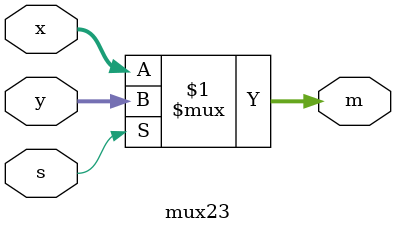
<source format=sv>
module mux23 (input logic [2:0] x, y, 
              input logic s, 
              output logic [2:0] m);

assign m= s ? y : x;

endmodule
</source>
